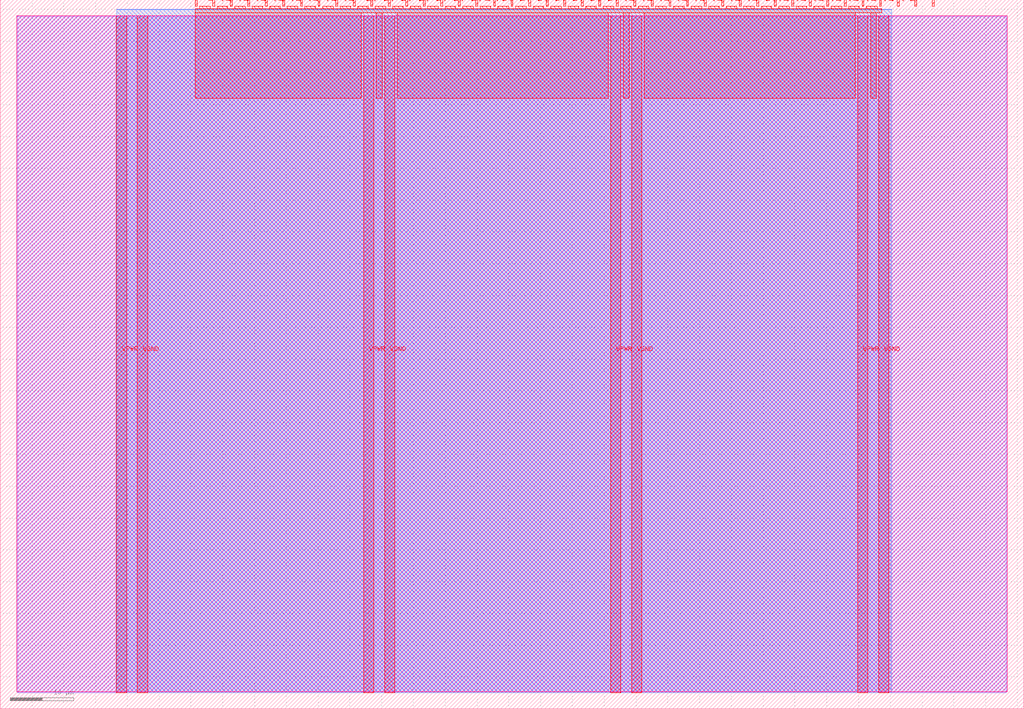
<source format=lef>
VERSION 5.7 ;
  NOWIREEXTENSIONATPIN ON ;
  DIVIDERCHAR "/" ;
  BUSBITCHARS "[]" ;
MACRO tt_um_array_mult_structural_sarahherrera
  CLASS BLOCK ;
  FOREIGN tt_um_array_mult_structural_sarahherrera ;
  ORIGIN 0.000 0.000 ;
  SIZE 161.000 BY 111.520 ;
  PIN VGND
    DIRECTION INOUT ;
    USE GROUND ;
    PORT
      LAYER met4 ;
        RECT 21.580 2.480 23.180 109.040 ;
    END
    PORT
      LAYER met4 ;
        RECT 60.450 2.480 62.050 109.040 ;
    END
    PORT
      LAYER met4 ;
        RECT 99.320 2.480 100.920 109.040 ;
    END
    PORT
      LAYER met4 ;
        RECT 138.190 2.480 139.790 109.040 ;
    END
  END VGND
  PIN VPWR
    DIRECTION INOUT ;
    USE POWER ;
    PORT
      LAYER met4 ;
        RECT 18.280 2.480 19.880 109.040 ;
    END
    PORT
      LAYER met4 ;
        RECT 57.150 2.480 58.750 109.040 ;
    END
    PORT
      LAYER met4 ;
        RECT 96.020 2.480 97.620 109.040 ;
    END
    PORT
      LAYER met4 ;
        RECT 134.890 2.480 136.490 109.040 ;
    END
  END VPWR
  PIN clk
    DIRECTION INPUT ;
    USE SIGNAL ;
    PORT
      LAYER met4 ;
        RECT 143.830 110.520 144.130 111.520 ;
    END
  END clk
  PIN ena
    DIRECTION INPUT ;
    USE SIGNAL ;
    PORT
      LAYER met4 ;
        RECT 146.590 110.520 146.890 111.520 ;
    END
  END ena
  PIN rst_n
    DIRECTION INPUT ;
    USE SIGNAL ;
    PORT
      LAYER met4 ;
        RECT 141.070 110.520 141.370 111.520 ;
    END
  END rst_n
  PIN ui_in[0]
    DIRECTION INPUT ;
    USE SIGNAL ;
    ANTENNAGATEAREA 0.126000 ;
    PORT
      LAYER met4 ;
        RECT 138.310 110.520 138.610 111.520 ;
    END
  END ui_in[0]
  PIN ui_in[1]
    DIRECTION INPUT ;
    USE SIGNAL ;
    ANTENNAGATEAREA 0.126000 ;
    PORT
      LAYER met4 ;
        RECT 135.550 110.520 135.850 111.520 ;
    END
  END ui_in[1]
  PIN ui_in[2]
    DIRECTION INPUT ;
    USE SIGNAL ;
    ANTENNAGATEAREA 0.213000 ;
    PORT
      LAYER met4 ;
        RECT 132.790 110.520 133.090 111.520 ;
    END
  END ui_in[2]
  PIN ui_in[3]
    DIRECTION INPUT ;
    USE SIGNAL ;
    ANTENNAGATEAREA 0.213000 ;
    PORT
      LAYER met4 ;
        RECT 130.030 110.520 130.330 111.520 ;
    END
  END ui_in[3]
  PIN ui_in[4]
    DIRECTION INPUT ;
    USE SIGNAL ;
    ANTENNAGATEAREA 0.213000 ;
    PORT
      LAYER met4 ;
        RECT 127.270 110.520 127.570 111.520 ;
    END
  END ui_in[4]
  PIN ui_in[5]
    DIRECTION INPUT ;
    USE SIGNAL ;
    ANTENNAGATEAREA 0.213000 ;
    PORT
      LAYER met4 ;
        RECT 124.510 110.520 124.810 111.520 ;
    END
  END ui_in[5]
  PIN ui_in[6]
    DIRECTION INPUT ;
    USE SIGNAL ;
    ANTENNAGATEAREA 0.213000 ;
    PORT
      LAYER met4 ;
        RECT 121.750 110.520 122.050 111.520 ;
    END
  END ui_in[6]
  PIN ui_in[7]
    DIRECTION INPUT ;
    USE SIGNAL ;
    ANTENNAGATEAREA 0.213000 ;
    PORT
      LAYER met4 ;
        RECT 118.990 110.520 119.290 111.520 ;
    END
  END ui_in[7]
  PIN uio_in[0]
    DIRECTION INPUT ;
    USE SIGNAL ;
    PORT
      LAYER met4 ;
        RECT 116.230 110.520 116.530 111.520 ;
    END
  END uio_in[0]
  PIN uio_in[1]
    DIRECTION INPUT ;
    USE SIGNAL ;
    PORT
      LAYER met4 ;
        RECT 113.470 110.520 113.770 111.520 ;
    END
  END uio_in[1]
  PIN uio_in[2]
    DIRECTION INPUT ;
    USE SIGNAL ;
    PORT
      LAYER met4 ;
        RECT 110.710 110.520 111.010 111.520 ;
    END
  END uio_in[2]
  PIN uio_in[3]
    DIRECTION INPUT ;
    USE SIGNAL ;
    PORT
      LAYER met4 ;
        RECT 107.950 110.520 108.250 111.520 ;
    END
  END uio_in[3]
  PIN uio_in[4]
    DIRECTION INPUT ;
    USE SIGNAL ;
    PORT
      LAYER met4 ;
        RECT 105.190 110.520 105.490 111.520 ;
    END
  END uio_in[4]
  PIN uio_in[5]
    DIRECTION INPUT ;
    USE SIGNAL ;
    PORT
      LAYER met4 ;
        RECT 102.430 110.520 102.730 111.520 ;
    END
  END uio_in[5]
  PIN uio_in[6]
    DIRECTION INPUT ;
    USE SIGNAL ;
    PORT
      LAYER met4 ;
        RECT 99.670 110.520 99.970 111.520 ;
    END
  END uio_in[6]
  PIN uio_in[7]
    DIRECTION INPUT ;
    USE SIGNAL ;
    PORT
      LAYER met4 ;
        RECT 96.910 110.520 97.210 111.520 ;
    END
  END uio_in[7]
  PIN uio_oe[0]
    DIRECTION OUTPUT ;
    USE SIGNAL ;
    PORT
      LAYER met4 ;
        RECT 49.990 110.520 50.290 111.520 ;
    END
  END uio_oe[0]
  PIN uio_oe[1]
    DIRECTION OUTPUT ;
    USE SIGNAL ;
    PORT
      LAYER met4 ;
        RECT 47.230 110.520 47.530 111.520 ;
    END
  END uio_oe[1]
  PIN uio_oe[2]
    DIRECTION OUTPUT ;
    USE SIGNAL ;
    PORT
      LAYER met4 ;
        RECT 44.470 110.520 44.770 111.520 ;
    END
  END uio_oe[2]
  PIN uio_oe[3]
    DIRECTION OUTPUT ;
    USE SIGNAL ;
    PORT
      LAYER met4 ;
        RECT 41.710 110.520 42.010 111.520 ;
    END
  END uio_oe[3]
  PIN uio_oe[4]
    DIRECTION OUTPUT ;
    USE SIGNAL ;
    PORT
      LAYER met4 ;
        RECT 38.950 110.520 39.250 111.520 ;
    END
  END uio_oe[4]
  PIN uio_oe[5]
    DIRECTION OUTPUT ;
    USE SIGNAL ;
    PORT
      LAYER met4 ;
        RECT 36.190 110.520 36.490 111.520 ;
    END
  END uio_oe[5]
  PIN uio_oe[6]
    DIRECTION OUTPUT ;
    USE SIGNAL ;
    PORT
      LAYER met4 ;
        RECT 33.430 110.520 33.730 111.520 ;
    END
  END uio_oe[6]
  PIN uio_oe[7]
    DIRECTION OUTPUT ;
    USE SIGNAL ;
    PORT
      LAYER met4 ;
        RECT 30.670 110.520 30.970 111.520 ;
    END
  END uio_oe[7]
  PIN uio_out[0]
    DIRECTION OUTPUT ;
    USE SIGNAL ;
    PORT
      LAYER met4 ;
        RECT 72.070 110.520 72.370 111.520 ;
    END
  END uio_out[0]
  PIN uio_out[1]
    DIRECTION OUTPUT ;
    USE SIGNAL ;
    PORT
      LAYER met4 ;
        RECT 69.310 110.520 69.610 111.520 ;
    END
  END uio_out[1]
  PIN uio_out[2]
    DIRECTION OUTPUT ;
    USE SIGNAL ;
    PORT
      LAYER met4 ;
        RECT 66.550 110.520 66.850 111.520 ;
    END
  END uio_out[2]
  PIN uio_out[3]
    DIRECTION OUTPUT ;
    USE SIGNAL ;
    PORT
      LAYER met4 ;
        RECT 63.790 110.520 64.090 111.520 ;
    END
  END uio_out[3]
  PIN uio_out[4]
    DIRECTION OUTPUT ;
    USE SIGNAL ;
    PORT
      LAYER met4 ;
        RECT 61.030 110.520 61.330 111.520 ;
    END
  END uio_out[4]
  PIN uio_out[5]
    DIRECTION OUTPUT ;
    USE SIGNAL ;
    PORT
      LAYER met4 ;
        RECT 58.270 110.520 58.570 111.520 ;
    END
  END uio_out[5]
  PIN uio_out[6]
    DIRECTION OUTPUT ;
    USE SIGNAL ;
    PORT
      LAYER met4 ;
        RECT 55.510 110.520 55.810 111.520 ;
    END
  END uio_out[6]
  PIN uio_out[7]
    DIRECTION OUTPUT ;
    USE SIGNAL ;
    PORT
      LAYER met4 ;
        RECT 52.750 110.520 53.050 111.520 ;
    END
  END uio_out[7]
  PIN uo_out[0]
    DIRECTION OUTPUT ;
    USE SIGNAL ;
    ANTENNAGATEAREA 0.373500 ;
    ANTENNADIFFAREA 0.924000 ;
    PORT
      LAYER met4 ;
        RECT 94.150 110.520 94.450 111.520 ;
    END
  END uo_out[0]
  PIN uo_out[1]
    DIRECTION OUTPUT ;
    USE SIGNAL ;
    ANTENNADIFFAREA 0.445500 ;
    PORT
      LAYER met4 ;
        RECT 91.390 110.520 91.690 111.520 ;
    END
  END uo_out[1]
  PIN uo_out[2]
    DIRECTION OUTPUT ;
    USE SIGNAL ;
    ANTENNADIFFAREA 0.445500 ;
    PORT
      LAYER met4 ;
        RECT 88.630 110.520 88.930 111.520 ;
    END
  END uo_out[2]
  PIN uo_out[3]
    DIRECTION OUTPUT ;
    USE SIGNAL ;
    ANTENNADIFFAREA 0.445500 ;
    PORT
      LAYER met4 ;
        RECT 85.870 110.520 86.170 111.520 ;
    END
  END uo_out[3]
  PIN uo_out[4]
    DIRECTION OUTPUT ;
    USE SIGNAL ;
    ANTENNADIFFAREA 0.445500 ;
    PORT
      LAYER met4 ;
        RECT 83.110 110.520 83.410 111.520 ;
    END
  END uo_out[4]
  PIN uo_out[5]
    DIRECTION OUTPUT ;
    USE SIGNAL ;
    ANTENNADIFFAREA 0.445500 ;
    PORT
      LAYER met4 ;
        RECT 80.350 110.520 80.650 111.520 ;
    END
  END uo_out[5]
  PIN uo_out[6]
    DIRECTION OUTPUT ;
    USE SIGNAL ;
    ANTENNADIFFAREA 0.445500 ;
    PORT
      LAYER met4 ;
        RECT 77.590 110.520 77.890 111.520 ;
    END
  END uo_out[6]
  PIN uo_out[7]
    DIRECTION OUTPUT ;
    USE SIGNAL ;
    ANTENNADIFFAREA 0.445500 ;
    PORT
      LAYER met4 ;
        RECT 74.830 110.520 75.130 111.520 ;
    END
  END uo_out[7]
  OBS
      LAYER nwell ;
        RECT 2.570 2.635 158.430 108.990 ;
      LAYER li1 ;
        RECT 2.760 2.635 158.240 108.885 ;
      LAYER met1 ;
        RECT 2.760 2.480 158.240 109.040 ;
      LAYER met2 ;
        RECT 18.310 2.535 140.210 110.005 ;
      LAYER met3 ;
        RECT 18.290 2.555 140.235 109.985 ;
      LAYER met4 ;
        RECT 31.370 110.120 33.030 110.520 ;
        RECT 34.130 110.120 35.790 110.520 ;
        RECT 36.890 110.120 38.550 110.520 ;
        RECT 39.650 110.120 41.310 110.520 ;
        RECT 42.410 110.120 44.070 110.520 ;
        RECT 45.170 110.120 46.830 110.520 ;
        RECT 47.930 110.120 49.590 110.520 ;
        RECT 50.690 110.120 52.350 110.520 ;
        RECT 53.450 110.120 55.110 110.520 ;
        RECT 56.210 110.120 57.870 110.520 ;
        RECT 58.970 110.120 60.630 110.520 ;
        RECT 61.730 110.120 63.390 110.520 ;
        RECT 64.490 110.120 66.150 110.520 ;
        RECT 67.250 110.120 68.910 110.520 ;
        RECT 70.010 110.120 71.670 110.520 ;
        RECT 72.770 110.120 74.430 110.520 ;
        RECT 75.530 110.120 77.190 110.520 ;
        RECT 78.290 110.120 79.950 110.520 ;
        RECT 81.050 110.120 82.710 110.520 ;
        RECT 83.810 110.120 85.470 110.520 ;
        RECT 86.570 110.120 88.230 110.520 ;
        RECT 89.330 110.120 90.990 110.520 ;
        RECT 92.090 110.120 93.750 110.520 ;
        RECT 94.850 110.120 96.510 110.520 ;
        RECT 97.610 110.120 99.270 110.520 ;
        RECT 100.370 110.120 102.030 110.520 ;
        RECT 103.130 110.120 104.790 110.520 ;
        RECT 105.890 110.120 107.550 110.520 ;
        RECT 108.650 110.120 110.310 110.520 ;
        RECT 111.410 110.120 113.070 110.520 ;
        RECT 114.170 110.120 115.830 110.520 ;
        RECT 116.930 110.120 118.590 110.520 ;
        RECT 119.690 110.120 121.350 110.520 ;
        RECT 122.450 110.120 124.110 110.520 ;
        RECT 125.210 110.120 126.870 110.520 ;
        RECT 127.970 110.120 129.630 110.520 ;
        RECT 130.730 110.120 132.390 110.520 ;
        RECT 133.490 110.120 135.150 110.520 ;
        RECT 136.250 110.120 137.910 110.520 ;
        RECT 30.655 109.440 138.625 110.120 ;
        RECT 30.655 96.055 56.750 109.440 ;
        RECT 59.150 96.055 60.050 109.440 ;
        RECT 62.450 96.055 95.620 109.440 ;
        RECT 98.020 96.055 98.920 109.440 ;
        RECT 101.320 96.055 134.490 109.440 ;
        RECT 136.890 96.055 137.790 109.440 ;
  END
END tt_um_array_mult_structural_sarahherrera
END LIBRARY


</source>
